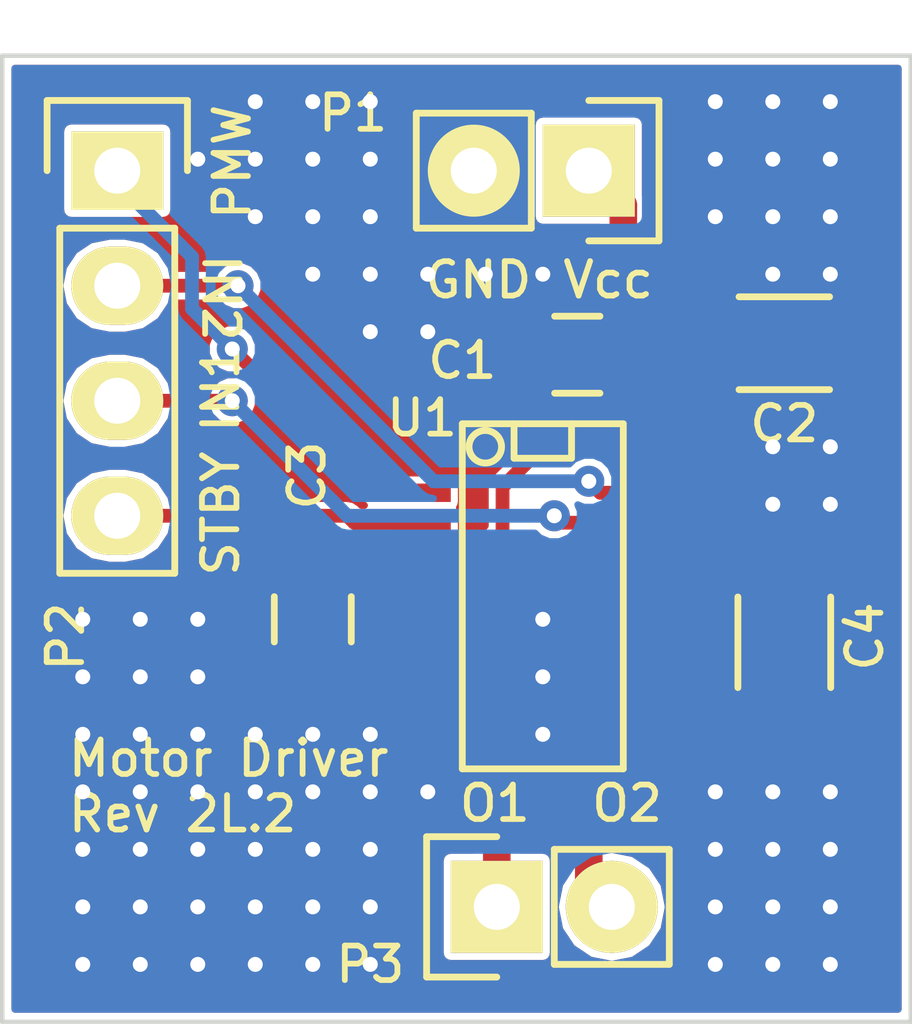
<source format=kicad_pcb>
(kicad_pcb (version 4) (host pcbnew "(2015-06-10 BZR 5730, Git 63c978d)-product")

  (general
    (links 28)
    (no_connects 0)
    (area 148.031999 78.8277 168.198001 101.650001)
    (thickness 1.6)
    (drawings 13)
    (tracks 246)
    (zones 0)
    (modules 8)
    (nets 9)
  )

  (page A4)
  (layers
    (0 F.Cu signal)
    (31 B.Cu signal)
    (32 B.Adhes user)
    (33 F.Adhes user)
    (34 B.Paste user)
    (35 F.Paste user)
    (36 B.SilkS user)
    (37 F.SilkS user)
    (38 B.Mask user)
    (39 F.Mask user)
    (40 Dwgs.User user)
    (41 Cmts.User user)
    (42 Eco1.User user)
    (43 Eco2.User user)
    (44 Edge.Cuts user)
    (45 Margin user)
    (46 B.CrtYd user)
    (47 F.CrtYd user)
    (48 B.Fab user)
    (49 F.Fab user)
  )

  (setup
    (last_trace_width 0.3048)
    (user_trace_width 0.3048)
    (user_trace_width 0.6096)
    (trace_clearance 0.1524)
    (zone_clearance 0.1524)
    (zone_45_only no)
    (trace_min 0.1524)
    (segment_width 0.2)
    (edge_width 0.1)
    (via_size 0.6858)
    (via_drill 0.3302)
    (via_min_size 0.6858)
    (via_min_drill 0.3302)
    (uvia_size 0.3)
    (uvia_drill 0.1)
    (uvias_allowed no)
    (uvia_min_size 0)
    (uvia_min_drill 0)
    (pcb_text_width 0.3)
    (pcb_text_size 1.5 1.5)
    (mod_edge_width 0.127)
    (mod_text_size 0.762 0.762)
    (mod_text_width 0.127)
    (pad_size 1.5 1.5)
    (pad_drill 0.6)
    (pad_to_mask_clearance 0)
    (aux_axis_origin 0 0)
    (visible_elements 7FFFFFFF)
    (pcbplotparams
      (layerselection 0x010fc_80000001)
      (usegerberextensions true)
      (excludeedgelayer true)
      (linewidth 0.100000)
      (plotframeref false)
      (viasonmask false)
      (mode 1)
      (useauxorigin false)
      (hpglpennumber 1)
      (hpglpenspeed 20)
      (hpglpendiameter 15)
      (hpglpenoverlay 2)
      (psnegative false)
      (psa4output false)
      (plotreference true)
      (plotvalue true)
      (plotinvisibletext false)
      (padsonsilk false)
      (subtractmaskfromsilk true)
      (outputformat 1)
      (mirror false)
      (drillshape 0)
      (scaleselection 1)
      (outputdirectory gerbers/))
  )

  (net 0 "")
  (net 1 GND)
  (net 2 /VM)
  (net 3 /PMW)
  (net 4 /IN2)
  (net 5 /IN1)
  (net 6 /STBY)
  (net 7 /O1)
  (net 8 /O2)

  (net_class Default "This is the default net class."
    (clearance 0.1524)
    (trace_width 0.1524)
    (via_dia 0.6858)
    (via_drill 0.3302)
    (uvia_dia 0.3)
    (uvia_drill 0.1)
    (add_net /IN1)
    (add_net /IN2)
    (add_net /O1)
    (add_net /O2)
    (add_net /PMW)
    (add_net /STBY)
    (add_net /VM)
    (add_net GND)
  )

  (module Capacitors_SMD:C_0805 (layer F.Cu) (tedit 55BA7712) (tstamp 557F28DE)
    (at 160.782 86.868 180)
    (descr "Capacitor SMD 0805, reflow soldering, AVX (see smccp.pdf)")
    (tags "capacitor 0805")
    (path /557F258E)
    (attr smd)
    (fp_text reference C1 (at 2.54 -0.127 180) (layer F.SilkS)
      (effects (font (size 0.762 0.762) (thickness 0.127)))
    )
    (fp_text value 0.1u (at 0 2.1 180) (layer F.Fab)
      (effects (font (size 0.762 0.762) (thickness 0.127)))
    )
    (fp_line (start -1.8 -1) (end 1.8 -1) (layer F.CrtYd) (width 0.05))
    (fp_line (start -1.8 1) (end 1.8 1) (layer F.CrtYd) (width 0.05))
    (fp_line (start -1.8 -1) (end -1.8 1) (layer F.CrtYd) (width 0.05))
    (fp_line (start 1.8 -1) (end 1.8 1) (layer F.CrtYd) (width 0.05))
    (fp_line (start 0.5 -0.85) (end -0.5 -0.85) (layer F.SilkS) (width 0.15))
    (fp_line (start -0.5 0.85) (end 0.5 0.85) (layer F.SilkS) (width 0.15))
    (pad 1 smd rect (at -1 0 180) (size 1 1.25) (layers F.Cu F.Paste F.Mask)
      (net 2 /VM))
    (pad 2 smd rect (at 1 0 180) (size 1 1.25) (layers F.Cu F.Paste F.Mask)
      (net 1 GND))
    (model Capacitors_SMD.3dshapes/C_0805.wrl
      (at (xyz 0 0 0))
      (scale (xyz 1 1 1))
      (rotate (xyz 0 0 0))
    )
  )

  (module Capacitors_SMD:C_1206 (layer F.Cu) (tedit 55BA770F) (tstamp 557F28E4)
    (at 165.354 86.614)
    (descr "Capacitor SMD 1206, reflow soldering, AVX (see smccp.pdf)")
    (tags "capacitor 1206")
    (path /557F25B1)
    (attr smd)
    (fp_text reference C2 (at 0 1.778) (layer F.SilkS)
      (effects (font (size 0.762 0.762) (thickness 0.127)))
    )
    (fp_text value 10u (at 0 2.3) (layer F.Fab)
      (effects (font (size 0.762 0.762) (thickness 0.127)))
    )
    (fp_line (start -2.3 -1.15) (end 2.3 -1.15) (layer F.CrtYd) (width 0.05))
    (fp_line (start -2.3 1.15) (end 2.3 1.15) (layer F.CrtYd) (width 0.05))
    (fp_line (start -2.3 -1.15) (end -2.3 1.15) (layer F.CrtYd) (width 0.05))
    (fp_line (start 2.3 -1.15) (end 2.3 1.15) (layer F.CrtYd) (width 0.05))
    (fp_line (start 1 -1.025) (end -1 -1.025) (layer F.SilkS) (width 0.15))
    (fp_line (start -1 1.025) (end 1 1.025) (layer F.SilkS) (width 0.15))
    (pad 1 smd rect (at -1.5 0) (size 1 1.6) (layers F.Cu F.Paste F.Mask)
      (net 2 /VM))
    (pad 2 smd rect (at 1.5 0) (size 1 1.6) (layers F.Cu F.Paste F.Mask)
      (net 1 GND))
    (model Capacitors_SMD.3dshapes/C_1206.wrl
      (at (xyz 0 0 0))
      (scale (xyz 1 1 1))
      (rotate (xyz 0 0 0))
    )
  )

  (module Capacitors_SMD:C_0805 (layer F.Cu) (tedit 55BA73C9) (tstamp 557F28EA)
    (at 154.94 92.71 270)
    (descr "Capacitor SMD 0805, reflow soldering, AVX (see smccp.pdf)")
    (tags "capacitor 0805")
    (path /557F25CA)
    (attr smd)
    (fp_text reference C3 (at -3.175 0.127 270) (layer F.SilkS)
      (effects (font (size 0.762 0.762) (thickness 0.127)))
    )
    (fp_text value 0.1u (at 0 2.1 270) (layer F.Fab)
      (effects (font (size 0.762 0.762) (thickness 0.127)))
    )
    (fp_line (start -1.8 -1) (end 1.8 -1) (layer F.CrtYd) (width 0.05))
    (fp_line (start -1.8 1) (end 1.8 1) (layer F.CrtYd) (width 0.05))
    (fp_line (start -1.8 -1) (end -1.8 1) (layer F.CrtYd) (width 0.05))
    (fp_line (start 1.8 -1) (end 1.8 1) (layer F.CrtYd) (width 0.05))
    (fp_line (start 0.5 -0.85) (end -0.5 -0.85) (layer F.SilkS) (width 0.15))
    (fp_line (start -0.5 0.85) (end 0.5 0.85) (layer F.SilkS) (width 0.15))
    (pad 1 smd rect (at -1 0 270) (size 1 1.25) (layers F.Cu F.Paste F.Mask)
      (net 2 /VM))
    (pad 2 smd rect (at 1 0 270) (size 1 1.25) (layers F.Cu F.Paste F.Mask)
      (net 1 GND))
    (model Capacitors_SMD.3dshapes/C_0805.wrl
      (at (xyz 0 0 0))
      (scale (xyz 1 1 1))
      (rotate (xyz 0 0 0))
    )
  )

  (module Capacitors_SMD:C_1206 (layer F.Cu) (tedit 55BA78AE) (tstamp 557F28F0)
    (at 165.354 93.218 270)
    (descr "Capacitor SMD 1206, reflow soldering, AVX (see smccp.pdf)")
    (tags "capacitor 1206")
    (path /557F25F4)
    (attr smd)
    (fp_text reference C4 (at -0.127 -1.778 270) (layer F.SilkS)
      (effects (font (size 0.762 0.762) (thickness 0.127)))
    )
    (fp_text value 10u (at 0 2.3 270) (layer F.Fab)
      (effects (font (size 0.762 0.762) (thickness 0.127)))
    )
    (fp_line (start -2.3 -1.15) (end 2.3 -1.15) (layer F.CrtYd) (width 0.05))
    (fp_line (start -2.3 1.15) (end 2.3 1.15) (layer F.CrtYd) (width 0.05))
    (fp_line (start -2.3 -1.15) (end -2.3 1.15) (layer F.CrtYd) (width 0.05))
    (fp_line (start 2.3 -1.15) (end 2.3 1.15) (layer F.CrtYd) (width 0.05))
    (fp_line (start 1 -1.025) (end -1 -1.025) (layer F.SilkS) (width 0.15))
    (fp_line (start -1 1.025) (end 1 1.025) (layer F.SilkS) (width 0.15))
    (pad 1 smd rect (at -1.5 0 270) (size 1 1.6) (layers F.Cu F.Paste F.Mask)
      (net 2 /VM))
    (pad 2 smd rect (at 1.5 0 270) (size 1 1.6) (layers F.Cu F.Paste F.Mask)
      (net 1 GND))
    (model Capacitors_SMD.3dshapes/C_1206.wrl
      (at (xyz 0 0 0))
      (scale (xyz 1 1 1))
      (rotate (xyz 0 0 0))
    )
  )

  (module Pin_Headers:Pin_Header_Straight_1x02 (layer F.Cu) (tedit 55804AAE) (tstamp 557F28F6)
    (at 161.036 82.804 270)
    (descr "Through hole pin header")
    (tags "pin header")
    (path /557F28EB)
    (fp_text reference P1 (at -1.27 5.207 360) (layer F.SilkS)
      (effects (font (size 0.762 0.762) (thickness 0.127)))
    )
    (fp_text value Vcc (at 0 -3.1 270) (layer F.Fab)
      (effects (font (size 0.762 0.762) (thickness 0.127)))
    )
    (fp_line (start 1.27 1.27) (end 1.27 3.81) (layer F.SilkS) (width 0.15))
    (fp_line (start 1.55 -1.55) (end 1.55 0) (layer F.SilkS) (width 0.15))
    (fp_line (start -1.75 -1.75) (end -1.75 4.3) (layer F.CrtYd) (width 0.05))
    (fp_line (start 1.75 -1.75) (end 1.75 4.3) (layer F.CrtYd) (width 0.05))
    (fp_line (start -1.75 -1.75) (end 1.75 -1.75) (layer F.CrtYd) (width 0.05))
    (fp_line (start -1.75 4.3) (end 1.75 4.3) (layer F.CrtYd) (width 0.05))
    (fp_line (start 1.27 1.27) (end -1.27 1.27) (layer F.SilkS) (width 0.15))
    (fp_line (start -1.55 0) (end -1.55 -1.55) (layer F.SilkS) (width 0.15))
    (fp_line (start -1.55 -1.55) (end 1.55 -1.55) (layer F.SilkS) (width 0.15))
    (fp_line (start -1.27 1.27) (end -1.27 3.81) (layer F.SilkS) (width 0.15))
    (fp_line (start -1.27 3.81) (end 1.27 3.81) (layer F.SilkS) (width 0.15))
    (pad 1 thru_hole rect (at 0 0 270) (size 2.032 2.032) (drill 1.016) (layers *.Cu *.Mask F.SilkS)
      (net 2 /VM))
    (pad 2 thru_hole oval (at 0 2.54 270) (size 2.032 2.032) (drill 1.016) (layers *.Cu *.Mask F.SilkS)
      (net 1 GND))
    (model Pin_Headers.3dshapes/Pin_Header_Straight_1x02.wrl
      (at (xyz 0 -0.05 0))
      (scale (xyz 1 1 1))
      (rotate (xyz 0 0 90))
    )
  )

  (module Pin_Headers:Pin_Header_Straight_1x04 (layer F.Cu) (tedit 55804AAB) (tstamp 557F28FE)
    (at 150.622 82.804)
    (descr "Through hole pin header")
    (tags "pin header")
    (path /557F2B6D)
    (fp_text reference P2 (at -1.143 10.287 90) (layer F.SilkS)
      (effects (font (size 0.762 0.762) (thickness 0.127)))
    )
    (fp_text value Input (at 0 -3.1) (layer F.Fab)
      (effects (font (size 0.762 0.762) (thickness 0.127)))
    )
    (fp_line (start -1.75 -1.75) (end -1.75 9.4) (layer F.CrtYd) (width 0.05))
    (fp_line (start 1.75 -1.75) (end 1.75 9.4) (layer F.CrtYd) (width 0.05))
    (fp_line (start -1.75 -1.75) (end 1.75 -1.75) (layer F.CrtYd) (width 0.05))
    (fp_line (start -1.75 9.4) (end 1.75 9.4) (layer F.CrtYd) (width 0.05))
    (fp_line (start -1.27 1.27) (end -1.27 8.89) (layer F.SilkS) (width 0.15))
    (fp_line (start 1.27 1.27) (end 1.27 8.89) (layer F.SilkS) (width 0.15))
    (fp_line (start 1.55 -1.55) (end 1.55 0) (layer F.SilkS) (width 0.15))
    (fp_line (start -1.27 8.89) (end 1.27 8.89) (layer F.SilkS) (width 0.15))
    (fp_line (start 1.27 1.27) (end -1.27 1.27) (layer F.SilkS) (width 0.15))
    (fp_line (start -1.55 0) (end -1.55 -1.55) (layer F.SilkS) (width 0.15))
    (fp_line (start -1.55 -1.55) (end 1.55 -1.55) (layer F.SilkS) (width 0.15))
    (pad 1 thru_hole rect (at 0 0) (size 2.032 1.7272) (drill 1.016) (layers *.Cu *.Mask F.SilkS)
      (net 3 /PMW))
    (pad 2 thru_hole oval (at 0 2.54) (size 2.032 1.7272) (drill 1.016) (layers *.Cu *.Mask F.SilkS)
      (net 4 /IN2))
    (pad 3 thru_hole oval (at 0 5.08) (size 2.032 1.7272) (drill 1.016) (layers *.Cu *.Mask F.SilkS)
      (net 5 /IN1))
    (pad 4 thru_hole oval (at 0 7.62) (size 2.032 1.7272) (drill 1.016) (layers *.Cu *.Mask F.SilkS)
      (net 6 /STBY))
    (model Pin_Headers.3dshapes/Pin_Header_Straight_1x04.wrl
      (at (xyz 0 -0.15 0))
      (scale (xyz 1 1 1))
      (rotate (xyz 0 0 90))
    )
  )

  (module Pin_Headers:Pin_Header_Straight_1x02 (layer F.Cu) (tedit 55804AA0) (tstamp 557F2904)
    (at 159.004 99.06 90)
    (descr "Through hole pin header")
    (tags "pin header")
    (path /557F29DF)
    (fp_text reference P3 (at -1.27 -2.794 180) (layer F.SilkS)
      (effects (font (size 0.762 0.762) (thickness 0.127)))
    )
    (fp_text value Output (at 0 -3.1 90) (layer F.Fab)
      (effects (font (size 0.762 0.762) (thickness 0.127)))
    )
    (fp_line (start 1.27 1.27) (end 1.27 3.81) (layer F.SilkS) (width 0.15))
    (fp_line (start 1.55 -1.55) (end 1.55 0) (layer F.SilkS) (width 0.15))
    (fp_line (start -1.75 -1.75) (end -1.75 4.3) (layer F.CrtYd) (width 0.05))
    (fp_line (start 1.75 -1.75) (end 1.75 4.3) (layer F.CrtYd) (width 0.05))
    (fp_line (start -1.75 -1.75) (end 1.75 -1.75) (layer F.CrtYd) (width 0.05))
    (fp_line (start -1.75 4.3) (end 1.75 4.3) (layer F.CrtYd) (width 0.05))
    (fp_line (start 1.27 1.27) (end -1.27 1.27) (layer F.SilkS) (width 0.15))
    (fp_line (start -1.55 0) (end -1.55 -1.55) (layer F.SilkS) (width 0.15))
    (fp_line (start -1.55 -1.55) (end 1.55 -1.55) (layer F.SilkS) (width 0.15))
    (fp_line (start -1.27 1.27) (end -1.27 3.81) (layer F.SilkS) (width 0.15))
    (fp_line (start -1.27 3.81) (end 1.27 3.81) (layer F.SilkS) (width 0.15))
    (pad 1 thru_hole rect (at 0 0 90) (size 2.032 2.032) (drill 1.016) (layers *.Cu *.Mask F.SilkS)
      (net 7 /O1))
    (pad 2 thru_hole oval (at 0 2.54 90) (size 2.032 2.032) (drill 1.016) (layers *.Cu *.Mask F.SilkS)
      (net 8 /O2))
    (model Pin_Headers.3dshapes/Pin_Header_Straight_1x02.wrl
      (at (xyz 0 -0.05 0))
      (scale (xyz 1 1 1))
      (rotate (xyz 0 0 90))
    )
  )

  (module SMD_Packages:SSOP-20 (layer F.Cu) (tedit 55BA7900) (tstamp 557F291C)
    (at 160.02 92.202 270)
    (descr "SSOP 20 pins")
    (tags "CMS SSOP SMD")
    (path /557F2557)
    (attr smd)
    (fp_text reference U1 (at -3.937 2.667 360) (layer F.SilkS)
      (effects (font (size 0.762 0.762) (thickness 0.127)))
    )
    (fp_text value TB6593FNG (at 0 0.635 270) (layer F.Fab)
      (effects (font (size 0.762 0.762) (thickness 0.127)))
    )
    (fp_line (start 3.81 -1.778) (end -3.81 -1.778) (layer F.SilkS) (width 0.15))
    (fp_line (start -3.81 1.778) (end 3.81 1.778) (layer F.SilkS) (width 0.15))
    (fp_line (start 3.81 -1.778) (end 3.81 1.778) (layer F.SilkS) (width 0.15))
    (fp_line (start -3.81 1.778) (end -3.81 -1.778) (layer F.SilkS) (width 0.15))
    (fp_circle (center -3.302 1.27) (end -3.556 1.016) (layer F.SilkS) (width 0.15))
    (fp_line (start -3.81 -0.635) (end -3.048 -0.635) (layer F.SilkS) (width 0.15))
    (fp_line (start -3.048 -0.635) (end -3.048 0.635) (layer F.SilkS) (width 0.15))
    (fp_line (start -3.048 0.635) (end -3.81 0.635) (layer F.SilkS) (width 0.15))
    (pad 1 smd rect (at -2.921 2.667 270) (size 0.4064 1.27) (layers F.Cu F.Paste F.Mask)
      (net 1 GND))
    (pad 2 smd rect (at -2.286 2.667 270) (size 0.4064 1.27) (layers F.Cu F.Paste F.Mask)
      (net 3 /PMW))
    (pad 3 smd rect (at -1.6256 2.667 270) (size 0.4064 1.27) (layers F.Cu F.Paste F.Mask)
      (net 6 /STBY))
    (pad 4 smd rect (at -0.9652 2.667 270) (size 0.4064 1.27) (layers F.Cu F.Paste F.Mask)
      (net 2 /VM))
    (pad 5 smd rect (at -0.3302 2.667 270) (size 0.4064 1.27) (layers F.Cu F.Paste F.Mask)
      (net 2 /VM))
    (pad 6 smd rect (at 0.3302 2.667 270) (size 0.4064 1.27) (layers F.Cu F.Paste F.Mask)
      (net 7 /O1))
    (pad 7 smd rect (at 0.9906 2.667 270) (size 0.4064 1.27) (layers F.Cu F.Paste F.Mask)
      (net 7 /O1))
    (pad 8 smd rect (at 1.6256 2.667 270) (size 0.4064 1.27) (layers F.Cu F.Paste F.Mask)
      (net 1 GND))
    (pad 9 smd rect (at 2.286 2.667 270) (size 0.4064 1.27) (layers F.Cu F.Paste F.Mask)
      (net 1 GND))
    (pad 10 smd rect (at 2.921 2.667 270) (size 0.4064 1.27) (layers F.Cu F.Paste F.Mask)
      (net 1 GND))
    (pad 11 smd rect (at 2.921 -2.667 270) (size 0.4064 1.27) (layers F.Cu F.Paste F.Mask)
      (net 1 GND))
    (pad 12 smd rect (at 2.286 -2.667 270) (size 0.4064 1.27) (layers F.Cu F.Paste F.Mask)
      (net 1 GND))
    (pad 13 smd rect (at 1.6256 -2.667 270) (size 0.4064 1.27) (layers F.Cu F.Paste F.Mask)
      (net 1 GND))
    (pad 14 smd rect (at 0.9906 -2.667 270) (size 0.4064 1.27) (layers F.Cu F.Paste F.Mask)
      (net 8 /O2))
    (pad 15 smd rect (at 0.3302 -2.667 270) (size 0.4064 1.27) (layers F.Cu F.Paste F.Mask)
      (net 8 /O2))
    (pad 16 smd rect (at -0.3302 -2.667 270) (size 0.4064 1.27) (layers F.Cu F.Paste F.Mask)
      (net 2 /VM))
    (pad 17 smd rect (at -0.9652 -2.667 270) (size 0.4064 1.27) (layers F.Cu F.Paste F.Mask)
      (net 2 /VM))
    (pad 18 smd rect (at -1.6256 -2.667 270) (size 0.4064 1.27) (layers F.Cu F.Paste F.Mask)
      (net 5 /IN1))
    (pad 19 smd rect (at -2.286 -2.667 270) (size 0.4064 1.27) (layers F.Cu F.Paste F.Mask)
      (net 4 /IN2))
    (pad 20 smd rect (at -2.921 -2.667 270) (size 0.4064 1.27) (layers F.Cu F.Paste F.Mask)
      (net 2 /VM))
    (model SMD_Packages.3dshapes/SSOP-20.wrl
      (at (xyz 0 0 0))
      (scale (xyz 0.255 0.33 0.3))
      (rotate (xyz 0 0 0))
    )
  )

  (gr_text "Motor Driver \nRev 2L.2" (at 149.479 96.393) (layer F.SilkS)
    (effects (font (size 0.762 0.762) (thickness 0.127)) (justify left))
  )
  (gr_text GND (at 157.353 85.217) (layer F.SilkS)
    (effects (font (size 0.762 0.762) (thickness 0.127)) (justify left))
  )
  (gr_text Vcc (at 160.401 85.217) (layer F.SilkS)
    (effects (font (size 0.762 0.762) (thickness 0.127)) (justify left))
  )
  (gr_text O2 (at 161.036 96.774) (layer F.SilkS)
    (effects (font (size 0.762 0.762) (thickness 0.127)) (justify left))
  )
  (gr_text O1 (at 158.115 96.774) (layer F.SilkS)
    (effects (font (size 0.762 0.762) (thickness 0.127)) (justify left))
  )
  (gr_text STBY (at 152.908 91.821 90) (layer F.SilkS)
    (effects (font (size 0.762 0.762) (thickness 0.127)) (justify left))
  )
  (gr_text IN1 (at 152.908 88.646 90) (layer F.SilkS)
    (effects (font (size 0.762 0.762) (thickness 0.127)) (justify left))
  )
  (gr_text IN2 (at 152.908 84.582 270) (layer F.SilkS)
    (effects (font (size 0.762 0.762) (thickness 0.127)) (justify left))
  )
  (gr_text PMW (at 153.162 83.947 90) (layer F.SilkS)
    (effects (font (size 0.762 0.762) (thickness 0.127)) (justify left))
  )
  (gr_line (start 148.082 101.6) (end 148.082 80.264) (angle 90) (layer Edge.Cuts) (width 0.1))
  (gr_line (start 168.148 101.6) (end 148.082 101.6) (angle 90) (layer Edge.Cuts) (width 0.1))
  (gr_line (start 168.148 80.264) (end 168.148 101.6) (angle 90) (layer Edge.Cuts) (width 0.1))
  (gr_line (start 148.082 80.264) (end 168.148 80.264) (angle 90) (layer Edge.Cuts) (width 0.1))

  (via (at 149.86 100.33) (size 0.6858) (layers F.Cu B.Cu) (net 1))
  (via (at 156.21 97.79) (size 0.6858) (layers F.Cu B.Cu) (net 1))
  (segment (start 156.21 97.79) (end 156.21 99.06) (width 0.1524) (layer B.Cu) (net 1) (tstamp 55804C07))
  (via (at 156.21 99.06) (size 0.6858) (layers F.Cu B.Cu) (net 1))
  (segment (start 156.21 99.06) (end 156.21 100.33) (width 0.1524) (layer F.Cu) (net 1) (tstamp 55804C0A))
  (via (at 156.21 100.33) (size 0.6858) (layers F.Cu B.Cu) (net 1))
  (segment (start 156.21 100.33) (end 154.94 100.33) (width 0.1524) (layer B.Cu) (net 1) (tstamp 55804C0D))
  (via (at 154.94 100.33) (size 0.6858) (layers F.Cu B.Cu) (net 1))
  (segment (start 154.94 100.33) (end 154.94 99.06) (width 0.1524) (layer F.Cu) (net 1) (tstamp 55804C10))
  (via (at 154.94 99.06) (size 0.6858) (layers F.Cu B.Cu) (net 1))
  (segment (start 154.94 99.06) (end 154.94 97.79) (width 0.1524) (layer B.Cu) (net 1) (tstamp 55804C13))
  (via (at 154.94 97.79) (size 0.6858) (layers F.Cu B.Cu) (net 1))
  (segment (start 154.94 97.79) (end 154.94 96.52) (width 0.1524) (layer F.Cu) (net 1) (tstamp 55804C16))
  (via (at 154.94 96.52) (size 0.6858) (layers F.Cu B.Cu) (net 1))
  (segment (start 154.94 96.52) (end 154.94 95.25) (width 0.1524) (layer B.Cu) (net 1) (tstamp 55804C19))
  (via (at 154.94 95.25) (size 0.6858) (layers F.Cu B.Cu) (net 1))
  (segment (start 154.94 95.25) (end 153.67 95.25) (width 0.1524) (layer F.Cu) (net 1) (tstamp 55804C1C))
  (via (at 153.67 95.25) (size 0.6858) (layers F.Cu B.Cu) (net 1))
  (segment (start 153.67 95.25) (end 152.4 95.25) (width 0.1524) (layer B.Cu) (net 1) (tstamp 55804C1F))
  (via (at 152.4 95.25) (size 0.6858) (layers F.Cu B.Cu) (net 1))
  (segment (start 152.4 95.25) (end 152.4 93.98) (width 0.1524) (layer F.Cu) (net 1) (tstamp 55804C22))
  (via (at 152.4 93.98) (size 0.6858) (layers F.Cu B.Cu) (net 1))
  (segment (start 152.4 93.98) (end 152.4 92.71) (width 0.1524) (layer B.Cu) (net 1) (tstamp 55804C25))
  (via (at 152.4 92.71) (size 0.6858) (layers F.Cu B.Cu) (net 1))
  (segment (start 152.4 92.71) (end 151.13 92.71) (width 0.1524) (layer F.Cu) (net 1) (tstamp 55804C28))
  (via (at 151.13 92.71) (size 0.6858) (layers F.Cu B.Cu) (net 1))
  (segment (start 151.13 92.71) (end 149.86 92.71) (width 0.1524) (layer B.Cu) (net 1) (tstamp 55804C2B))
  (via (at 149.86 92.71) (size 0.6858) (layers F.Cu B.Cu) (net 1))
  (segment (start 149.86 92.71) (end 149.86 93.98) (width 0.1524) (layer F.Cu) (net 1) (tstamp 55804C2E))
  (via (at 149.86 93.98) (size 0.6858) (layers F.Cu B.Cu) (net 1))
  (segment (start 149.86 93.98) (end 151.13 93.98) (width 0.1524) (layer B.Cu) (net 1) (tstamp 55804C31))
  (via (at 151.13 93.98) (size 0.6858) (layers F.Cu B.Cu) (net 1))
  (segment (start 151.13 93.98) (end 151.13 95.25) (width 0.1524) (layer F.Cu) (net 1) (tstamp 55804C34))
  (via (at 151.13 95.25) (size 0.6858) (layers F.Cu B.Cu) (net 1))
  (segment (start 151.13 95.25) (end 149.86 95.25) (width 0.1524) (layer B.Cu) (net 1) (tstamp 55804C37))
  (via (at 149.86 95.25) (size 0.6858) (layers F.Cu B.Cu) (net 1))
  (segment (start 149.86 95.25) (end 149.86 96.52) (width 0.1524) (layer F.Cu) (net 1) (tstamp 55804C3A))
  (via (at 149.86 96.52) (size 0.6858) (layers F.Cu B.Cu) (net 1))
  (segment (start 149.86 96.52) (end 151.13 96.52) (width 0.1524) (layer B.Cu) (net 1) (tstamp 55804C3D))
  (via (at 151.13 96.52) (size 0.6858) (layers F.Cu B.Cu) (net 1))
  (segment (start 151.13 96.52) (end 152.4 96.52) (width 0.1524) (layer F.Cu) (net 1) (tstamp 55804C40))
  (via (at 152.4 96.52) (size 0.6858) (layers F.Cu B.Cu) (net 1))
  (segment (start 152.4 96.52) (end 153.67 96.52) (width 0.1524) (layer B.Cu) (net 1) (tstamp 55804C43))
  (via (at 153.67 96.52) (size 0.6858) (layers F.Cu B.Cu) (net 1))
  (segment (start 153.67 96.52) (end 153.67 97.79) (width 0.1524) (layer F.Cu) (net 1) (tstamp 55804C46))
  (via (at 153.67 97.79) (size 0.6858) (layers F.Cu B.Cu) (net 1))
  (segment (start 153.67 97.79) (end 152.4 97.79) (width 0.1524) (layer B.Cu) (net 1) (tstamp 55804C49))
  (via (at 152.4 97.79) (size 0.6858) (layers F.Cu B.Cu) (net 1))
  (segment (start 152.4 97.79) (end 151.13 97.79) (width 0.1524) (layer F.Cu) (net 1) (tstamp 55804C4C))
  (via (at 151.13 97.79) (size 0.6858) (layers F.Cu B.Cu) (net 1))
  (segment (start 151.13 97.79) (end 149.86 97.79) (width 0.1524) (layer B.Cu) (net 1) (tstamp 55804C4F))
  (via (at 149.86 97.79) (size 0.6858) (layers F.Cu B.Cu) (net 1))
  (segment (start 149.86 97.79) (end 149.86 99.06) (width 0.1524) (layer F.Cu) (net 1) (tstamp 55804C52))
  (via (at 149.86 99.06) (size 0.6858) (layers F.Cu B.Cu) (net 1))
  (segment (start 149.86 99.06) (end 151.13 99.06) (width 0.1524) (layer B.Cu) (net 1) (tstamp 55804C55))
  (via (at 151.13 99.06) (size 0.6858) (layers F.Cu B.Cu) (net 1))
  (segment (start 151.13 99.06) (end 152.4 99.06) (width 0.1524) (layer F.Cu) (net 1) (tstamp 55804C58))
  (via (at 152.4 99.06) (size 0.6858) (layers F.Cu B.Cu) (net 1))
  (segment (start 152.4 99.06) (end 153.67 99.06) (width 0.1524) (layer B.Cu) (net 1) (tstamp 55804C5B))
  (via (at 153.67 99.06) (size 0.6858) (layers F.Cu B.Cu) (net 1))
  (segment (start 153.67 99.06) (end 153.67 100.33) (width 0.1524) (layer F.Cu) (net 1) (tstamp 55804C5E))
  (via (at 153.67 100.33) (size 0.6858) (layers F.Cu B.Cu) (net 1))
  (segment (start 153.67 100.33) (end 152.4 100.33) (width 0.1524) (layer B.Cu) (net 1) (tstamp 55804C61))
  (via (at 152.4 100.33) (size 0.6858) (layers F.Cu B.Cu) (net 1))
  (segment (start 152.4 100.33) (end 151.13 100.33) (width 0.1524) (layer F.Cu) (net 1) (tstamp 55804C64))
  (via (at 151.13 100.33) (size 0.6858) (layers F.Cu B.Cu) (net 1))
  (segment (start 149.86 100.33) (end 151.13 100.33) (width 0.1524) (layer B.Cu) (net 1) (tstamp 55804C67))
  (segment (start 156.21 97.79) (end 156.21 96.52) (width 0.1524) (layer F.Cu) (net 1))
  (segment (start 154.94 93.71) (end 154.94 93.98) (width 0.1524) (layer F.Cu) (net 1))
  (segment (start 154.94 93.98) (end 156.21 95.25) (width 0.1524) (layer F.Cu) (net 1) (tstamp 55804BDD))
  (via (at 156.21 95.25) (size 0.6858) (layers F.Cu B.Cu) (net 1))
  (segment (start 156.21 95.25) (end 156.21 96.52) (width 0.1524) (layer B.Cu) (net 1) (tstamp 55804BDF))
  (via (at 156.21 96.52) (size 0.6858) (layers F.Cu B.Cu) (net 1))
  (segment (start 156.21 96.52) (end 157.48 96.52) (width 0.1524) (layer F.Cu) (net 1) (tstamp 55804BE2))
  (via (at 157.48 96.52) (size 0.6858) (layers F.Cu B.Cu) (net 1))
  (segment (start 157.48 96.52) (end 158.75 95.25) (width 0.1524) (layer B.Cu) (net 1) (tstamp 55804BE5))
  (segment (start 158.75 95.25) (end 160.02 95.25) (width 0.1524) (layer B.Cu) (net 1) (tstamp 55804BE6))
  (via (at 160.02 95.25) (size 0.6858) (layers F.Cu B.Cu) (net 1))
  (segment (start 160.02 95.25) (end 160.02 93.98) (width 0.1524) (layer F.Cu) (net 1) (tstamp 55804BF1))
  (via (at 160.02 93.98) (size 0.6858) (layers F.Cu B.Cu) (net 1))
  (segment (start 160.02 93.98) (end 160.02 92.71) (width 0.1524) (layer B.Cu) (net 1) (tstamp 55804BF4))
  (via (at 160.02 92.71) (size 0.6858) (layers F.Cu B.Cu) (net 1))
  (segment (start 165.354 94.718) (end 165.354 95.504) (width 0.3048) (layer F.Cu) (net 1))
  (via (at 163.83 100.33) (size 0.6858) (layers F.Cu B.Cu) (net 1))
  (segment (start 163.83 99.06) (end 163.83 100.33) (width 0.3048) (layer B.Cu) (net 1) (tstamp 55804BD8))
  (via (at 163.83 99.06) (size 0.6858) (layers F.Cu B.Cu) (net 1))
  (segment (start 163.83 97.79) (end 163.83 99.06) (width 0.3048) (layer F.Cu) (net 1) (tstamp 55804BD5))
  (via (at 163.83 97.79) (size 0.6858) (layers F.Cu B.Cu) (net 1))
  (segment (start 163.83 96.52) (end 163.83 97.79) (width 0.3048) (layer B.Cu) (net 1) (tstamp 55804BD2))
  (via (at 163.83 96.52) (size 0.6858) (layers F.Cu B.Cu) (net 1))
  (segment (start 165.1 96.52) (end 163.83 96.52) (width 0.3048) (layer F.Cu) (net 1) (tstamp 55804BCF))
  (via (at 165.1 96.52) (size 0.6858) (layers F.Cu B.Cu) (net 1))
  (segment (start 165.1 97.79) (end 165.1 96.52) (width 0.3048) (layer B.Cu) (net 1) (tstamp 55804BCC))
  (via (at 165.1 97.79) (size 0.6858) (layers F.Cu B.Cu) (net 1))
  (segment (start 165.1 99.06) (end 165.1 97.79) (width 0.3048) (layer F.Cu) (net 1) (tstamp 55804BC9))
  (via (at 165.1 99.06) (size 0.6858) (layers F.Cu B.Cu) (net 1))
  (segment (start 165.1 100.33) (end 165.1 99.06) (width 0.3048) (layer B.Cu) (net 1) (tstamp 55804BC6))
  (via (at 165.1 100.33) (size 0.6858) (layers F.Cu B.Cu) (net 1))
  (segment (start 166.37 100.33) (end 165.1 100.33) (width 0.3048) (layer F.Cu) (net 1) (tstamp 55804BC3))
  (via (at 166.37 100.33) (size 0.6858) (layers F.Cu B.Cu) (net 1))
  (segment (start 166.37 99.06) (end 166.37 100.33) (width 0.3048) (layer B.Cu) (net 1) (tstamp 55804BC0))
  (via (at 166.37 99.06) (size 0.6858) (layers F.Cu B.Cu) (net 1))
  (segment (start 166.37 97.79) (end 166.37 99.06) (width 0.3048) (layer F.Cu) (net 1) (tstamp 55804BBD))
  (via (at 166.37 97.79) (size 0.6858) (layers F.Cu B.Cu) (net 1))
  (segment (start 166.37 96.52) (end 166.37 97.79) (width 0.3048) (layer B.Cu) (net 1) (tstamp 55804BBA))
  (via (at 166.37 96.52) (size 0.6858) (layers F.Cu B.Cu) (net 1))
  (segment (start 165.354 95.504) (end 166.37 96.52) (width 0.3048) (layer F.Cu) (net 1) (tstamp 55804BB8))
  (segment (start 166.854 86.614) (end 166.854 88.416) (width 0.3048) (layer F.Cu) (net 1))
  (via (at 166.37 90.17) (size 0.6858) (layers F.Cu B.Cu) (net 1))
  (segment (start 165.1 90.17) (end 166.37 90.17) (width 0.3048) (layer B.Cu) (net 1) (tstamp 55804BB3))
  (via (at 165.1 90.17) (size 0.6858) (layers F.Cu B.Cu) (net 1))
  (segment (start 165.1 88.9) (end 165.1 90.17) (width 0.3048) (layer F.Cu) (net 1) (tstamp 55804BB0))
  (via (at 165.1 88.9) (size 0.6858) (layers F.Cu B.Cu) (net 1))
  (segment (start 166.37 88.9) (end 165.1 88.9) (width 0.3048) (layer B.Cu) (net 1) (tstamp 55804BAD))
  (via (at 166.37 88.9) (size 0.6858) (layers F.Cu B.Cu) (net 1))
  (segment (start 166.854 88.416) (end 166.37 88.9) (width 0.3048) (layer F.Cu) (net 1) (tstamp 55804BAB))
  (segment (start 158.496 82.804) (end 157.734 82.804) (width 0.3048) (layer F.Cu) (net 1))
  (segment (start 157.734 82.804) (end 156.21 81.28) (width 0.3048) (layer F.Cu) (net 1) (tstamp 55804B4C))
  (via (at 156.21 81.28) (size 0.6858) (layers F.Cu B.Cu) (net 1))
  (segment (start 156.21 81.28) (end 154.94 81.28) (width 0.3048) (layer B.Cu) (net 1) (tstamp 55804B53))
  (via (at 154.94 81.28) (size 0.6858) (layers F.Cu B.Cu) (net 1))
  (segment (start 154.94 81.28) (end 153.67 81.28) (width 0.3048) (layer F.Cu) (net 1) (tstamp 55804B56))
  (via (at 153.67 81.28) (size 0.6858) (layers F.Cu B.Cu) (net 1))
  (segment (start 153.67 81.28) (end 152.4 82.55) (width 0.3048) (layer B.Cu) (net 1) (tstamp 55804B59))
  (via (at 152.4 82.55) (size 0.6858) (layers F.Cu B.Cu) (net 1))
  (segment (start 152.4 82.55) (end 153.67 82.55) (width 0.3048) (layer F.Cu) (net 1) (tstamp 55804B5C))
  (via (at 153.67 82.55) (size 0.6858) (layers F.Cu B.Cu) (net 1))
  (segment (start 153.67 82.55) (end 154.94 82.55) (width 0.3048) (layer B.Cu) (net 1) (tstamp 55804B5F))
  (via (at 154.94 82.55) (size 0.6858) (layers F.Cu B.Cu) (net 1))
  (segment (start 154.94 82.55) (end 156.21 82.55) (width 0.3048) (layer F.Cu) (net 1) (tstamp 55804B62))
  (via (at 156.21 82.55) (size 0.6858) (layers F.Cu B.Cu) (net 1))
  (segment (start 156.21 82.55) (end 156.21 83.82) (width 0.3048) (layer B.Cu) (net 1) (tstamp 55804B65))
  (via (at 156.21 83.82) (size 0.6858) (layers F.Cu B.Cu) (net 1))
  (segment (start 156.21 83.82) (end 154.94 83.82) (width 0.3048) (layer F.Cu) (net 1) (tstamp 55804B68))
  (via (at 154.94 83.82) (size 0.6858) (layers F.Cu B.Cu) (net 1))
  (segment (start 154.94 83.82) (end 153.67 83.82) (width 0.3048) (layer B.Cu) (net 1) (tstamp 55804B6B))
  (via (at 153.67 83.82) (size 0.6858) (layers F.Cu B.Cu) (net 1))
  (segment (start 153.67 83.82) (end 154.94 85.09) (width 0.3048) (layer F.Cu) (net 1) (tstamp 55804B6E))
  (via (at 154.94 85.09) (size 0.6858) (layers F.Cu B.Cu) (net 1))
  (segment (start 154.94 85.09) (end 156.21 85.09) (width 0.3048) (layer B.Cu) (net 1) (tstamp 55804B71))
  (via (at 156.21 85.09) (size 0.6858) (layers F.Cu B.Cu) (net 1))
  (segment (start 156.21 85.09) (end 156.21 86.36) (width 0.3048) (layer F.Cu) (net 1) (tstamp 55804B74))
  (via (at 156.21 86.36) (size 0.6858) (layers F.Cu B.Cu) (net 1))
  (segment (start 156.21 86.36) (end 157.48 86.36) (width 0.3048) (layer B.Cu) (net 1) (tstamp 55804B77))
  (via (at 157.48 86.36) (size 0.6858) (layers F.Cu B.Cu) (net 1))
  (segment (start 157.48 86.36) (end 157.48 85.09) (width 0.3048) (layer F.Cu) (net 1) (tstamp 55804B7A))
  (via (at 157.48 85.09) (size 0.6858) (layers F.Cu B.Cu) (net 1))
  (segment (start 157.48 85.09) (end 158.75 85.09) (width 0.3048) (layer B.Cu) (net 1) (tstamp 55804B7D))
  (via (at 158.75 85.09) (size 0.6858) (layers F.Cu B.Cu) (net 1))
  (segment (start 158.75 85.09) (end 160.02 85.09) (width 0.3048) (layer F.Cu) (net 1) (tstamp 55804B80))
  (via (at 160.02 85.09) (size 0.6858) (layers F.Cu B.Cu) (net 1))
  (segment (start 160.02 85.09) (end 162.56 85.09) (width 0.3048) (layer B.Cu) (net 1) (tstamp 55804B83))
  (segment (start 162.56 85.09) (end 163.83 83.82) (width 0.3048) (layer B.Cu) (net 1) (tstamp 55804B84))
  (via (at 163.83 83.82) (size 0.6858) (layers F.Cu B.Cu) (net 1))
  (segment (start 163.83 83.82) (end 163.83 82.55) (width 0.3048) (layer F.Cu) (net 1) (tstamp 55804B8B))
  (via (at 163.83 82.55) (size 0.6858) (layers F.Cu B.Cu) (net 1))
  (segment (start 163.83 82.55) (end 163.83 81.28) (width 0.3048) (layer B.Cu) (net 1) (tstamp 55804B8E))
  (via (at 163.83 81.28) (size 0.6858) (layers F.Cu B.Cu) (net 1))
  (segment (start 163.83 81.28) (end 165.1 81.28) (width 0.3048) (layer F.Cu) (net 1) (tstamp 55804B91))
  (via (at 165.1 81.28) (size 0.6858) (layers F.Cu B.Cu) (net 1))
  (segment (start 165.1 81.28) (end 165.1 82.55) (width 0.3048) (layer B.Cu) (net 1) (tstamp 55804B94))
  (via (at 165.1 82.55) (size 0.6858) (layers F.Cu B.Cu) (net 1))
  (segment (start 165.1 82.55) (end 165.1 83.82) (width 0.3048) (layer F.Cu) (net 1) (tstamp 55804B97))
  (via (at 165.1 83.82) (size 0.6858) (layers F.Cu B.Cu) (net 1))
  (segment (start 165.1 83.82) (end 165.1 85.09) (width 0.3048) (layer B.Cu) (net 1) (tstamp 55804B9A))
  (via (at 165.1 85.09) (size 0.6858) (layers F.Cu B.Cu) (net 1))
  (segment (start 165.1 85.09) (end 166.37 85.09) (width 0.3048) (layer F.Cu) (net 1) (tstamp 55804B9D))
  (via (at 166.37 85.09) (size 0.6858) (layers F.Cu B.Cu) (net 1))
  (segment (start 166.37 85.09) (end 166.37 83.82) (width 0.3048) (layer B.Cu) (net 1) (tstamp 55804BA0))
  (via (at 166.37 83.82) (size 0.6858) (layers F.Cu B.Cu) (net 1))
  (segment (start 166.37 83.82) (end 166.37 82.55) (width 0.3048) (layer F.Cu) (net 1) (tstamp 55804BA3))
  (via (at 166.37 82.55) (size 0.6858) (layers F.Cu B.Cu) (net 1))
  (segment (start 166.37 82.55) (end 166.37 81.28) (width 0.3048) (layer B.Cu) (net 1) (tstamp 55804BA6))
  (via (at 166.37 81.28) (size 0.6858) (layers F.Cu B.Cu) (net 1))
  (segment (start 155.1592 91.4908) (end 154.94 91.71) (width 0.3048) (layer F.Cu) (net 2) (tstamp 557F308B) (status 30))
  (segment (start 158.6992 91.2368) (end 162.687 91.2368) (width 0.3048) (layer F.Cu) (net 2) (tstamp 55BA79EE))
  (segment (start 157.353 91.2368) (end 158.6992 91.2368) (width 0.3048) (layer F.Cu) (net 2))
  (segment (start 157.353 91.8718) (end 162.687 91.8718) (width 0.3048) (layer F.Cu) (net 2))
  (segment (start 155.4132 91.2368) (end 154.94 91.71) (width 0.3048) (layer F.Cu) (net 2) (tstamp 557F3363))
  (segment (start 157.353 91.2368) (end 155.4132 91.2368) (width 0.3048) (layer F.Cu) (net 2))
  (segment (start 155.1018 91.8718) (end 154.94 91.71) (width 0.3048) (layer F.Cu) (net 2) (tstamp 557F3366))
  (segment (start 157.353 91.8718) (end 155.1018 91.8718) (width 0.3048) (layer F.Cu) (net 2))
  (segment (start 164.8728 91.2368) (end 165.354 91.718) (width 0.3048) (layer F.Cu) (net 2) (tstamp 557F336B))
  (segment (start 162.687 91.2368) (end 164.8728 91.2368) (width 0.3048) (layer F.Cu) (net 2))
  (segment (start 165.2002 91.8718) (end 165.354 91.718) (width 0.3048) (layer F.Cu) (net 2) (tstamp 557F336E))
  (segment (start 162.687 91.8718) (end 165.2002 91.8718) (width 0.3048) (layer F.Cu) (net 2))
  (segment (start 162.687 89.281) (end 162.687 87.781) (width 0.3048) (layer F.Cu) (net 2))
  (segment (start 162.687 87.781) (end 163.854 86.614) (width 0.3048) (layer F.Cu) (net 2) (tstamp 558048A8))
  (segment (start 162.687 89.281) (end 162.433 89.281) (width 0.3048) (layer F.Cu) (net 2))
  (segment (start 162.433 89.281) (end 161.782 88.63) (width 0.3048) (layer F.Cu) (net 2) (tstamp 558048A4))
  (segment (start 161.782 88.63) (end 161.782 86.868) (width 0.3048) (layer F.Cu) (net 2) (tstamp 558048A5))
  (segment (start 162.036 86.614) (end 161.782 86.868) (width 0.6096) (layer F.Cu) (net 2) (tstamp 557F2FE4) (status 30))
  (segment (start 163.854 86.614) (end 162.036 86.614) (width 0.6096) (layer F.Cu) (net 2) (status 20))
  (segment (start 161.798 83.566) (end 161.036 82.804) (width 0.6096) (layer F.Cu) (net 2) (tstamp 557F2FF4))
  (segment (start 161.798 85.344) (end 161.798 83.566) (width 0.6096) (layer F.Cu) (net 2) (tstamp 557F2FF2))
  (segment (start 161.782 86.376) (end 161.798 85.344) (width 0.6096) (layer F.Cu) (net 2) (tstamp 557F2FF0) (status 10))
  (segment (start 161.782 86.868) (end 161.782 86.376) (width 0.6096) (layer F.Cu) (net 2) (status 30))
  (segment (start 164.338 86.614) (end 163.854 86.614) (width 0.3048) (layer F.Cu) (net 2) (tstamp 557F3066) (status 30))
  (segment (start 163.703 89.281) (end 164.338 88.646) (width 0.3048) (layer F.Cu) (net 2) (tstamp 557F3062))
  (segment (start 164.338 88.646) (end 164.338 87.376) (width 0.3048) (layer F.Cu) (net 2) (tstamp 557F3064))
  (segment (start 164.338 87.376) (end 164.338 86.614) (width 0.3048) (layer F.Cu) (net 2) (tstamp 557F3065) (status 20))
  (segment (start 162.687 89.281) (end 163.703 89.281) (width 0.3048) (layer F.Cu) (net 2))
  (segment (start 163.854 86.844) (end 163.854 86.614) (width 0.3048) (layer F.Cu) (net 2) (tstamp 557F306F) (status 30))
  (segment (start 159.131 89.789) (end 159.131 90.805) (width 0.3048) (layer F.Cu) (net 2) (tstamp 55BA79E7))
  (segment (start 159.131 90.805) (end 158.6992 91.2368) (width 0.3048) (layer F.Cu) (net 2) (tstamp 55BA79E9))
  (segment (start 161.782 87.138) (end 159.131 89.789) (width 0.3048) (layer F.Cu) (net 2) (tstamp 55BA79E1))
  (segment (start 161.782 86.868) (end 161.782 87.138) (width 0.3048) (layer F.Cu) (net 2))
  (segment (start 150.622 82.804) (end 150.622 83.058) (width 0.3048) (layer B.Cu) (net 3) (status C00000))
  (segment (start 150.622 83.058) (end 152.273 84.709) (width 0.3048) (layer B.Cu) (net 3) (tstamp 55BC81CD) (status 400000))
  (segment (start 156.337 89.916) (end 157.353 89.916) (width 0.3048) (layer F.Cu) (net 3) (tstamp 55BC81E3) (status 800000))
  (segment (start 153.162 86.741) (end 156.337 89.916) (width 0.3048) (layer F.Cu) (net 3) (tstamp 55BC81E2))
  (via (at 153.162 86.741) (size 0.6858) (layers F.Cu B.Cu) (net 3))
  (segment (start 152.273 85.852) (end 153.162 86.741) (width 0.3048) (layer B.Cu) (net 3) (tstamp 55BC81D5))
  (segment (start 152.273 84.709) (end 152.273 85.852) (width 0.3048) (layer B.Cu) (net 3) (tstamp 55BC81D0))
  (segment (start 150.622 82.804) (end 151.384 82.804) (width 0.3048) (layer B.Cu) (net 3))
  (segment (start 150.622 85.344) (end 153.289 85.344) (width 0.3048) (layer F.Cu) (net 4))
  (segment (start 161.29 89.916) (end 162.687 89.916) (width 0.3048) (layer F.Cu) (net 4) (tstamp 558048DA))
  (segment (start 161.036 89.662) (end 161.29 89.916) (width 0.3048) (layer F.Cu) (net 4) (tstamp 558048D9))
  (via (at 161.036 89.662) (size 0.6858) (layers F.Cu B.Cu) (net 4))
  (segment (start 157.607 89.662) (end 161.036 89.662) (width 0.3048) (layer B.Cu) (net 4) (tstamp 558048D1))
  (segment (start 153.289 85.344) (end 157.607 89.662) (width 0.3048) (layer B.Cu) (net 4) (tstamp 558048D0))
  (via (at 153.289 85.344) (size 0.6858) (layers F.Cu B.Cu) (net 4))
  (segment (start 150.622 87.884) (end 153.162 87.884) (width 0.3048) (layer F.Cu) (net 5))
  (segment (start 160.4264 90.5764) (end 162.687 90.5764) (width 0.3048) (layer F.Cu) (net 5) (tstamp 558048EB))
  (segment (start 160.274 90.424) (end 160.4264 90.5764) (width 0.3048) (layer F.Cu) (net 5) (tstamp 558048EA))
  (via (at 160.274 90.424) (size 0.6858) (layers F.Cu B.Cu) (net 5))
  (segment (start 155.702 90.424) (end 160.274 90.424) (width 0.3048) (layer B.Cu) (net 5) (tstamp 558048E2))
  (segment (start 153.162 87.884) (end 155.702 90.424) (width 0.3048) (layer B.Cu) (net 5) (tstamp 558048E1))
  (via (at 153.162 87.884) (size 0.6858) (layers F.Cu B.Cu) (net 5))
  (segment (start 150.876 90.17) (end 150.622 90.424) (width 0.3048) (layer F.Cu) (net 6) (tstamp 557F3194))
  (segment (start 155.702 90.424) (end 155.8544 90.5764) (width 0.3048) (layer F.Cu) (net 6) (tstamp 557F3374))
  (segment (start 155.8544 90.5764) (end 157.353 90.5764) (width 0.3048) (layer F.Cu) (net 6) (tstamp 557F3378))
  (segment (start 150.622 90.424) (end 155.702 90.424) (width 0.3048) (layer F.Cu) (net 6))
  (segment (start 158.5722 92.5322) (end 157.353 92.5322) (width 0.3048) (layer F.Cu) (net 7))
  (segment (start 158.5722 92.5322) (end 159.004 92.964) (width 0.3048) (layer F.Cu) (net 7) (tstamp 557F30B8))
  (segment (start 159.004 93.98) (end 159.004 92.964) (width 0.6096) (layer F.Cu) (net 7) (tstamp 557F30CF))
  (segment (start 159.004 99.06) (end 159.004 93.98) (width 0.6096) (layer F.Cu) (net 7))
  (segment (start 158.2166 93.1926) (end 159.004 93.98) (width 0.3048) (layer F.Cu) (net 7) (tstamp 557F30CC))
  (segment (start 157.353 93.1926) (end 158.2166 93.1926) (width 0.3048) (layer F.Cu) (net 7))
  (segment (start 161.036 98.552) (end 161.544 99.06) (width 0.6096) (layer F.Cu) (net 8) (tstamp 557F30D7))
  (segment (start 161.4678 92.5322) (end 162.687 92.5322) (width 0.3048) (layer F.Cu) (net 8))
  (segment (start 161.4678 92.5322) (end 161.036 92.964) (width 0.3048) (layer F.Cu) (net 8) (tstamp 557F30D1))
  (segment (start 161.036 98.552) (end 161.036 93.98) (width 0.6096) (layer F.Cu) (net 8))
  (segment (start 161.036 93.98) (end 161.036 92.964) (width 0.6096) (layer F.Cu) (net 8) (tstamp 557F30E4))
  (segment (start 162.687 93.1926) (end 161.8234 93.1926) (width 0.3048) (layer F.Cu) (net 8))
  (segment (start 161.8234 93.1926) (end 161.036 93.98) (width 0.3048) (layer F.Cu) (net 8) (tstamp 557F30E0))

  (zone (net 1) (net_name GND) (layer F.Cu) (tstamp 557F2F7F) (hatch edge 0.508)
    (connect_pads yes (clearance 0.1524))
    (min_thickness 0.1524)
    (fill yes (arc_segments 16) (thermal_gap 0.508) (thermal_bridge_width 0.508))
    (polygon
      (pts
        (xy 168.148 101.6) (xy 148.082 101.6) (xy 148.082 80.264) (xy 168.148 80.264)
      )
    )
    (filled_polygon
      (pts
        (xy 167.8694 101.3214) (xy 166.387079 101.3214) (xy 166.387079 92.218) (xy 166.387079 91.218) (xy 166.370167 91.130836)
        (xy 166.319842 91.054226) (xy 166.243871 91.002944) (xy 166.154 90.984921) (xy 165.159736 90.984921) (xy 165.142208 90.967392)
        (xy 165.018603 90.884802) (xy 164.8728 90.8558) (xy 163.539797 90.8558) (xy 163.555079 90.7796) (xy 163.555079 90.3732)
        (xy 163.538167 90.286036) (xy 163.511996 90.246195) (xy 163.537056 90.209071) (xy 163.555079 90.1192) (xy 163.555079 89.7128)
        (xy 163.545222 89.662) (xy 163.703 89.662) (xy 163.848802 89.632998) (xy 163.848803 89.632998) (xy 163.972408 89.550408)
        (xy 164.607404 88.91541) (xy 164.607408 88.915408) (xy 164.607408 88.915407) (xy 164.689998 88.791802) (xy 164.719 88.646)
        (xy 164.719001 88.646) (xy 164.719 88.645994) (xy 164.719 87.376) (xy 164.719 86.614) (xy 164.689998 86.468198)
        (xy 164.607408 86.344592) (xy 164.587079 86.331008) (xy 164.587079 85.814) (xy 164.570167 85.726836) (xy 164.519842 85.650226)
        (xy 164.443871 85.598944) (xy 164.354 85.580921) (xy 163.354 85.580921) (xy 163.266836 85.597833) (xy 163.190226 85.648158)
        (xy 163.138944 85.724129) (xy 163.120921 85.814) (xy 163.120921 86.0806) (xy 162.448744 86.0806) (xy 162.447842 86.079226)
        (xy 162.371871 86.027944) (xy 162.321018 86.017745) (xy 162.331336 85.352269) (xy 162.330578 85.348128) (xy 162.3314 85.344)
        (xy 162.3314 83.566005) (xy 162.3314 83.566) (xy 162.331401 83.566) (xy 162.290797 83.361877) (xy 162.285079 83.353319)
        (xy 162.285079 81.788) (xy 162.268167 81.700836) (xy 162.217842 81.624226) (xy 162.141871 81.572944) (xy 162.052 81.554921)
        (xy 160.02 81.554921) (xy 159.932836 81.571833) (xy 159.856226 81.622158) (xy 159.804944 81.698129) (xy 159.786921 81.788)
        (xy 159.786921 83.82) (xy 159.803833 83.907164) (xy 159.854158 83.983774) (xy 159.930129 84.035056) (xy 160.02 84.053079)
        (xy 161.2646 84.053079) (xy 161.2646 85.339859) (xy 161.254127 86.015328) (xy 161.194836 86.026833) (xy 161.118226 86.077158)
        (xy 161.066944 86.153129) (xy 161.048921 86.243) (xy 161.048921 87.332263) (xy 158.861592 89.519592) (xy 158.779002 89.643197)
        (xy 158.75 89.789) (xy 158.75 90.647184) (xy 158.541384 90.8558) (xy 158.205797 90.8558) (xy 158.221079 90.7796)
        (xy 158.221079 90.3732) (xy 158.204167 90.286036) (xy 158.177996 90.246195) (xy 158.203056 90.209071) (xy 158.221079 90.1192)
        (xy 158.221079 89.7128) (xy 158.204167 89.625636) (xy 158.153842 89.549026) (xy 158.077871 89.497744) (xy 157.988 89.479721)
        (xy 156.718 89.479721) (xy 156.630836 89.496633) (xy 156.572429 89.535) (xy 156.494816 89.535) (xy 153.860599 86.900783)
        (xy 153.860599 85.23082) (xy 153.773776 85.020694) (xy 153.613151 84.859789) (xy 153.403177 84.7726) (xy 153.17582 84.772401)
        (xy 152.965694 84.859224) (xy 152.861737 84.963) (xy 151.871079 84.963) (xy 151.871079 83.6676) (xy 151.871079 81.9404)
        (xy 151.854167 81.853236) (xy 151.803842 81.776626) (xy 151.727871 81.725344) (xy 151.638 81.707321) (xy 149.606 81.707321)
        (xy 149.518836 81.724233) (xy 149.442226 81.774558) (xy 149.390944 81.850529) (xy 149.372921 81.9404) (xy 149.372921 83.6676)
        (xy 149.389833 83.754764) (xy 149.440158 83.831374) (xy 149.516129 83.882656) (xy 149.606 83.900679) (xy 151.638 83.900679)
        (xy 151.725164 83.883767) (xy 151.801774 83.833442) (xy 151.853056 83.757471) (xy 151.871079 83.6676) (xy 151.871079 84.963)
        (xy 151.815197 84.963) (xy 151.807844 84.926033) (xy 151.571085 84.571698) (xy 151.21675 84.334939) (xy 150.798783 84.2518)
        (xy 150.445217 84.2518) (xy 150.02725 84.334939) (xy 149.672915 84.571698) (xy 149.436156 84.926033) (xy 149.353017 85.344)
        (xy 149.436156 85.761967) (xy 149.672915 86.116302) (xy 150.02725 86.353061) (xy 150.445217 86.4362) (xy 150.798783 86.4362)
        (xy 151.21675 86.353061) (xy 151.571085 86.116302) (xy 151.807844 85.761967) (xy 151.815197 85.725) (xy 152.861817 85.725)
        (xy 152.964849 85.828211) (xy 153.174823 85.9154) (xy 153.40218 85.915599) (xy 153.612306 85.828776) (xy 153.773211 85.668151)
        (xy 153.8604 85.458177) (xy 153.860599 85.23082) (xy 153.860599 86.900783) (xy 153.733471 86.773655) (xy 153.733599 86.62782)
        (xy 153.646776 86.417694) (xy 153.486151 86.256789) (xy 153.276177 86.1696) (xy 153.04882 86.169401) (xy 152.838694 86.256224)
        (xy 152.677789 86.416849) (xy 152.5906 86.626823) (xy 152.590401 86.85418) (xy 152.677224 87.064306) (xy 152.837849 87.225211)
        (xy 153.047823 87.3124) (xy 153.194712 87.312528) (xy 153.04882 87.312401) (xy 152.838694 87.399224) (xy 152.734737 87.503)
        (xy 151.815197 87.503) (xy 151.807844 87.466033) (xy 151.571085 87.111698) (xy 151.21675 86.874939) (xy 150.798783 86.7918)
        (xy 150.445217 86.7918) (xy 150.02725 86.874939) (xy 149.672915 87.111698) (xy 149.436156 87.466033) (xy 149.353017 87.884)
        (xy 149.436156 88.301967) (xy 149.672915 88.656302) (xy 150.02725 88.893061) (xy 150.445217 88.9762) (xy 150.798783 88.9762)
        (xy 151.21675 88.893061) (xy 151.571085 88.656302) (xy 151.807844 88.301967) (xy 151.815197 88.265) (xy 152.734817 88.265)
        (xy 152.837849 88.368211) (xy 153.047823 88.4554) (xy 153.27518 88.455599) (xy 153.485306 88.368776) (xy 153.646211 88.208151)
        (xy 153.7334 87.998177) (xy 153.733528 87.851344) (xy 156.067592 90.185408) (xy 156.082546 90.1954) (xy 156.012216 90.1954)
        (xy 155.971408 90.154592) (xy 155.847803 90.072002) (xy 155.702 90.043) (xy 151.815197 90.043) (xy 151.807844 90.006033)
        (xy 151.571085 89.651698) (xy 151.21675 89.414939) (xy 150.798783 89.3318) (xy 150.445217 89.3318) (xy 150.02725 89.414939)
        (xy 149.672915 89.651698) (xy 149.436156 90.006033) (xy 149.353017 90.424) (xy 149.436156 90.841967) (xy 149.672915 91.196302)
        (xy 150.02725 91.433061) (xy 150.445217 91.5162) (xy 150.798783 91.5162) (xy 151.21675 91.433061) (xy 151.571085 91.196302)
        (xy 151.807844 90.841967) (xy 151.815197 90.805) (xy 155.544184 90.805) (xy 155.584992 90.845808) (xy 155.599946 90.8558)
        (xy 155.413205 90.8558) (xy 155.4132 90.855799) (xy 155.267398 90.884802) (xy 155.143792 90.967392) (xy 155.134263 90.976921)
        (xy 154.315 90.976921) (xy 154.227836 90.993833) (xy 154.151226 91.044158) (xy 154.099944 91.120129) (xy 154.081921 91.21)
        (xy 154.081921 92.21) (xy 154.098833 92.297164) (xy 154.149158 92.373774) (xy 154.225129 92.425056) (xy 154.315 92.443079)
        (xy 155.565 92.443079) (xy 155.652164 92.426167) (xy 155.728774 92.375842) (xy 155.780056 92.299871) (xy 155.789495 92.2528)
        (xy 156.500202 92.2528) (xy 156.484921 92.329) (xy 156.484921 92.7354) (xy 156.501833 92.822564) (xy 156.528003 92.862404)
        (xy 156.502944 92.899529) (xy 156.484921 92.9894) (xy 156.484921 93.3958) (xy 156.501833 93.482964) (xy 156.552158 93.559574)
        (xy 156.628129 93.610856) (xy 156.718 93.628879) (xy 157.988 93.628879) (xy 158.075164 93.611967) (xy 158.088433 93.603249)
        (xy 158.4706 93.985416) (xy 158.4706 97.810921) (xy 157.988 97.810921) (xy 157.900836 97.827833) (xy 157.824226 97.878158)
        (xy 157.772944 97.954129) (xy 157.754921 98.044) (xy 157.754921 100.076) (xy 157.771833 100.163164) (xy 157.822158 100.239774)
        (xy 157.898129 100.291056) (xy 157.988 100.309079) (xy 160.02 100.309079) (xy 160.107164 100.292167) (xy 160.183774 100.241842)
        (xy 160.235056 100.165871) (xy 160.253079 100.076) (xy 160.253079 98.044) (xy 160.236167 97.956836) (xy 160.185842 97.880226)
        (xy 160.109871 97.828944) (xy 160.02 97.810921) (xy 159.5374 97.810921) (xy 159.5374 93.98) (xy 159.5374 92.964)
        (xy 159.496797 92.759877) (xy 159.381171 92.586829) (xy 159.208123 92.471203) (xy 159.01076 92.431944) (xy 158.841608 92.262792)
        (xy 158.826653 92.2528) (xy 161.213346 92.2528) (xy 161.198392 92.262792) (xy 161.198389 92.262795) (xy 161.029239 92.431944)
        (xy 160.831877 92.471203) (xy 160.658829 92.586829) (xy 160.543203 92.759877) (xy 160.5026 92.964) (xy 160.5026 93.98)
        (xy 160.5026 98.397007) (xy 160.39414 98.559329) (xy 160.2994 99.035617) (xy 160.2994 99.084383) (xy 160.39414 99.560671)
        (xy 160.663935 99.964448) (xy 161.067712 100.234243) (xy 161.544 100.328983) (xy 162.020288 100.234243) (xy 162.424065 99.964448)
        (xy 162.69386 99.560671) (xy 162.7886 99.084383) (xy 162.7886 99.035617) (xy 162.69386 98.559329) (xy 162.424065 98.155552)
        (xy 162.020288 97.885757) (xy 161.5694 97.796069) (xy 161.5694 93.985416) (xy 161.951281 93.603534) (xy 161.962129 93.610856)
        (xy 162.052 93.628879) (xy 163.322 93.628879) (xy 163.409164 93.611967) (xy 163.485774 93.561642) (xy 163.537056 93.485671)
        (xy 163.555079 93.3958) (xy 163.555079 92.9894) (xy 163.538167 92.902236) (xy 163.511996 92.862395) (xy 163.537056 92.825271)
        (xy 163.555079 92.7354) (xy 163.555079 92.329) (xy 163.540294 92.2528) (xy 164.327673 92.2528) (xy 164.337833 92.305164)
        (xy 164.388158 92.381774) (xy 164.464129 92.433056) (xy 164.554 92.451079) (xy 166.154 92.451079) (xy 166.241164 92.434167)
        (xy 166.317774 92.383842) (xy 166.369056 92.307871) (xy 166.387079 92.218) (xy 166.387079 101.3214) (xy 148.3606 101.3214)
        (xy 148.3606 80.5426) (xy 167.8694 80.5426) (xy 167.8694 101.3214)
      )
    )
  )
  (zone (net 1) (net_name GND) (layer B.Cu) (tstamp 55804B0D) (hatch edge 0.508)
    (connect_pads yes (clearance 0.1524))
    (min_thickness 0.1524)
    (fill yes (arc_segments 16) (thermal_gap 0.508) (thermal_bridge_width 0.508))
    (polygon
      (pts
        (xy 168.148 101.6) (xy 148.082 101.6) (xy 148.082 80.264) (xy 168.148 80.264)
      )
    )
    (filled_polygon
      (pts
        (xy 167.8694 101.3214) (xy 162.7886 101.3214) (xy 162.7886 99.084383) (xy 162.7886 99.035617) (xy 162.69386 98.559329)
        (xy 162.424065 98.155552) (xy 162.285079 98.062684) (xy 162.285079 83.82) (xy 162.285079 81.788) (xy 162.268167 81.700836)
        (xy 162.217842 81.624226) (xy 162.141871 81.572944) (xy 162.052 81.554921) (xy 160.02 81.554921) (xy 159.932836 81.571833)
        (xy 159.856226 81.622158) (xy 159.804944 81.698129) (xy 159.786921 81.788) (xy 159.786921 83.82) (xy 159.803833 83.907164)
        (xy 159.854158 83.983774) (xy 159.930129 84.035056) (xy 160.02 84.053079) (xy 162.052 84.053079) (xy 162.139164 84.036167)
        (xy 162.215774 83.985842) (xy 162.267056 83.909871) (xy 162.285079 83.82) (xy 162.285079 98.062684) (xy 162.020288 97.885757)
        (xy 161.607599 97.803667) (xy 161.607599 89.54882) (xy 161.520776 89.338694) (xy 161.360151 89.177789) (xy 161.150177 89.0906)
        (xy 160.92282 89.090401) (xy 160.712694 89.177224) (xy 160.608737 89.281) (xy 157.764816 89.281) (xy 153.860471 85.376655)
        (xy 153.860599 85.23082) (xy 153.773776 85.020694) (xy 153.613151 84.859789) (xy 153.403177 84.7726) (xy 153.17582 84.772401)
        (xy 152.965694 84.859224) (xy 152.804789 85.019849) (xy 152.7176 85.229823) (xy 152.717401 85.45718) (xy 152.804224 85.667306)
        (xy 152.964849 85.828211) (xy 153.174823 85.9154) (xy 153.321712 85.915528) (xy 157.337592 89.931408) (xy 157.461197 90.013998)
        (xy 157.461198 90.013998) (xy 157.607 90.043) (xy 155.859815 90.043) (xy 153.733471 87.916655) (xy 153.733599 87.77082)
        (xy 153.646776 87.560694) (xy 153.486151 87.399789) (xy 153.276177 87.3126) (xy 153.27518 87.312599) (xy 153.485306 87.225776)
        (xy 153.646211 87.065151) (xy 153.7334 86.855177) (xy 153.733599 86.62782) (xy 153.646776 86.417694) (xy 153.486151 86.256789)
        (xy 153.276177 86.1696) (xy 153.129287 86.169471) (xy 152.654 85.694184) (xy 152.654 84.709005) (xy 152.654 84.709)
        (xy 152.654001 84.709) (xy 152.624998 84.563198) (xy 152.542408 84.439593) (xy 152.542408 84.439592) (xy 152.542404 84.439589)
        (xy 151.854263 83.751448) (xy 151.871079 83.6676) (xy 151.871079 81.9404) (xy 151.854167 81.853236) (xy 151.803842 81.776626)
        (xy 151.727871 81.725344) (xy 151.638 81.707321) (xy 149.606 81.707321) (xy 149.518836 81.724233) (xy 149.442226 81.774558)
        (xy 149.390944 81.850529) (xy 149.372921 81.9404) (xy 149.372921 83.6676) (xy 149.389833 83.754764) (xy 149.440158 83.831374)
        (xy 149.516129 83.882656) (xy 149.606 83.900679) (xy 150.925863 83.900679) (xy 151.892 84.866815) (xy 151.892 85.852)
        (xy 151.921002 85.997803) (xy 152.003592 86.121408) (xy 152.590528 86.708344) (xy 152.590401 86.85418) (xy 152.677224 87.064306)
        (xy 152.837849 87.225211) (xy 153.047823 87.3124) (xy 153.27518 87.312599) (xy 153.04882 87.312401) (xy 152.838694 87.399224)
        (xy 152.677789 87.559849) (xy 152.5906 87.769823) (xy 152.590401 87.99718) (xy 152.677224 88.207306) (xy 152.837849 88.368211)
        (xy 153.047823 88.4554) (xy 153.194712 88.455528) (xy 155.432589 90.693404) (xy 155.432592 90.693408) (xy 155.556197 90.775997)
        (xy 155.556198 90.775998) (xy 155.702 90.805) (xy 159.846817 90.805) (xy 159.949849 90.908211) (xy 160.159823 90.9954)
        (xy 160.38718 90.995599) (xy 160.597306 90.908776) (xy 160.758211 90.748151) (xy 160.8454 90.538177) (xy 160.845599 90.31082)
        (xy 160.791197 90.179159) (xy 160.921823 90.2334) (xy 161.14918 90.233599) (xy 161.359306 90.146776) (xy 161.520211 89.986151)
        (xy 161.6074 89.776177) (xy 161.607599 89.54882) (xy 161.607599 97.803667) (xy 161.544 97.791017) (xy 161.067712 97.885757)
        (xy 160.663935 98.155552) (xy 160.39414 98.559329) (xy 160.2994 99.035617) (xy 160.2994 99.084383) (xy 160.39414 99.560671)
        (xy 160.663935 99.964448) (xy 161.067712 100.234243) (xy 161.544 100.328983) (xy 162.020288 100.234243) (xy 162.424065 99.964448)
        (xy 162.69386 99.560671) (xy 162.7886 99.084383) (xy 162.7886 101.3214) (xy 160.253079 101.3214) (xy 160.253079 100.076)
        (xy 160.253079 98.044) (xy 160.236167 97.956836) (xy 160.185842 97.880226) (xy 160.109871 97.828944) (xy 160.02 97.810921)
        (xy 157.988 97.810921) (xy 157.900836 97.827833) (xy 157.824226 97.878158) (xy 157.772944 97.954129) (xy 157.754921 98.044)
        (xy 157.754921 100.076) (xy 157.771833 100.163164) (xy 157.822158 100.239774) (xy 157.898129 100.291056) (xy 157.988 100.309079)
        (xy 160.02 100.309079) (xy 160.107164 100.292167) (xy 160.183774 100.241842) (xy 160.235056 100.165871) (xy 160.253079 100.076)
        (xy 160.253079 101.3214) (xy 151.890983 101.3214) (xy 151.890983 90.424) (xy 151.890983 87.884) (xy 151.890983 85.344)
        (xy 151.807844 84.926033) (xy 151.571085 84.571698) (xy 151.21675 84.334939) (xy 150.798783 84.2518) (xy 150.445217 84.2518)
        (xy 150.02725 84.334939) (xy 149.672915 84.571698) (xy 149.436156 84.926033) (xy 149.353017 85.344) (xy 149.436156 85.761967)
        (xy 149.672915 86.116302) (xy 150.02725 86.353061) (xy 150.445217 86.4362) (xy 150.798783 86.4362) (xy 151.21675 86.353061)
        (xy 151.571085 86.116302) (xy 151.807844 85.761967) (xy 151.890983 85.344) (xy 151.890983 87.884) (xy 151.807844 87.466033)
        (xy 151.571085 87.111698) (xy 151.21675 86.874939) (xy 150.798783 86.7918) (xy 150.445217 86.7918) (xy 150.02725 86.874939)
        (xy 149.672915 87.111698) (xy 149.436156 87.466033) (xy 149.353017 87.884) (xy 149.436156 88.301967) (xy 149.672915 88.656302)
        (xy 150.02725 88.893061) (xy 150.445217 88.9762) (xy 150.798783 88.9762) (xy 151.21675 88.893061) (xy 151.571085 88.656302)
        (xy 151.807844 88.301967) (xy 151.890983 87.884) (xy 151.890983 90.424) (xy 151.807844 90.006033) (xy 151.571085 89.651698)
        (xy 151.21675 89.414939) (xy 150.798783 89.3318) (xy 150.445217 89.3318) (xy 150.02725 89.414939) (xy 149.672915 89.651698)
        (xy 149.436156 90.006033) (xy 149.353017 90.424) (xy 149.436156 90.841967) (xy 149.672915 91.196302) (xy 150.02725 91.433061)
        (xy 150.445217 91.5162) (xy 150.798783 91.5162) (xy 151.21675 91.433061) (xy 151.571085 91.196302) (xy 151.807844 90.841967)
        (xy 151.890983 90.424) (xy 151.890983 101.3214) (xy 148.3606 101.3214) (xy 148.3606 80.5426) (xy 167.8694 80.5426)
        (xy 167.8694 101.3214)
      )
    )
  )
)

</source>
